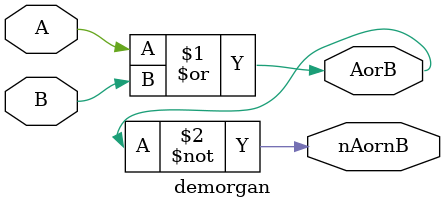
<source format=v>

module demorgan
(
	input A,		// single bit inputs
	input B,
	output AorB,   		// single bit output not complemented
	output nAornB		// single bit output complemented ~(A+B)
);

	wire A;
	wire B;
	or orgate(AorB, A, B);
	not outinv(nAornB, AorB);	// flipped output from and gate


endmodule
</source>
